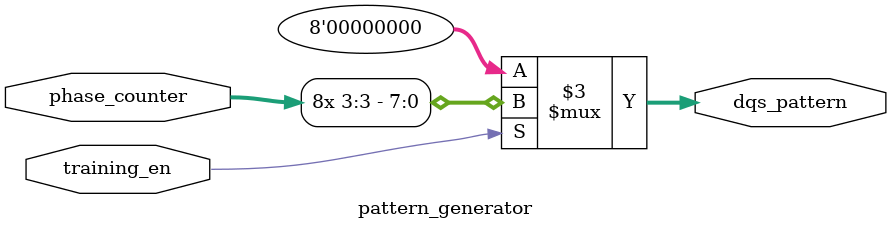
<source format=sv>
module dram_write_leveling #(
    parameter DQ_BITS = 8
)(
    input clk,
    input training_en,
    output [DQ_BITS-1:0] dqs_pattern
);

    wire [7:0] phase_counter_out;
    wire [DQ_BITS-1:0] pattern_out;

    phase_counter u_phase_counter(
        .clk(clk),
        .training_en(training_en),
        .phase_counter(phase_counter_out)
    );

    pattern_generator #(
        .DQ_BITS(DQ_BITS)
    ) u_pattern_generator(
        .phase_counter(phase_counter_out),
        .training_en(training_en),
        .dqs_pattern(pattern_out)
    );

    assign dqs_pattern = pattern_out;

endmodule

module phase_counter(
    input clk,
    input training_en,
    output reg [7:0] phase_counter
);

    reg [7:0] next_phase;
    wire [7:0] phase_inc = 8'b00000001;
    wire [7:0] phase_comp = ~phase_inc + 1'b1;

    always @(*) begin
        if(training_en) begin
            next_phase = phase_counter + phase_inc;
        end else begin
            next_phase = phase_counter;
        end
    end

    always @(posedge clk) begin
        phase_counter <= next_phase;
    end

endmodule

module pattern_generator #(
    parameter DQ_BITS = 8
)(
    input [7:0] phase_counter,
    input training_en,
    output reg [DQ_BITS-1:0] dqs_pattern
);

    always @(*) begin
        if(training_en) begin
            dqs_pattern = {DQ_BITS{phase_counter[3]}};
        end else begin
            dqs_pattern = {DQ_BITS{1'b0}};
        end
    end

endmodule
</source>
